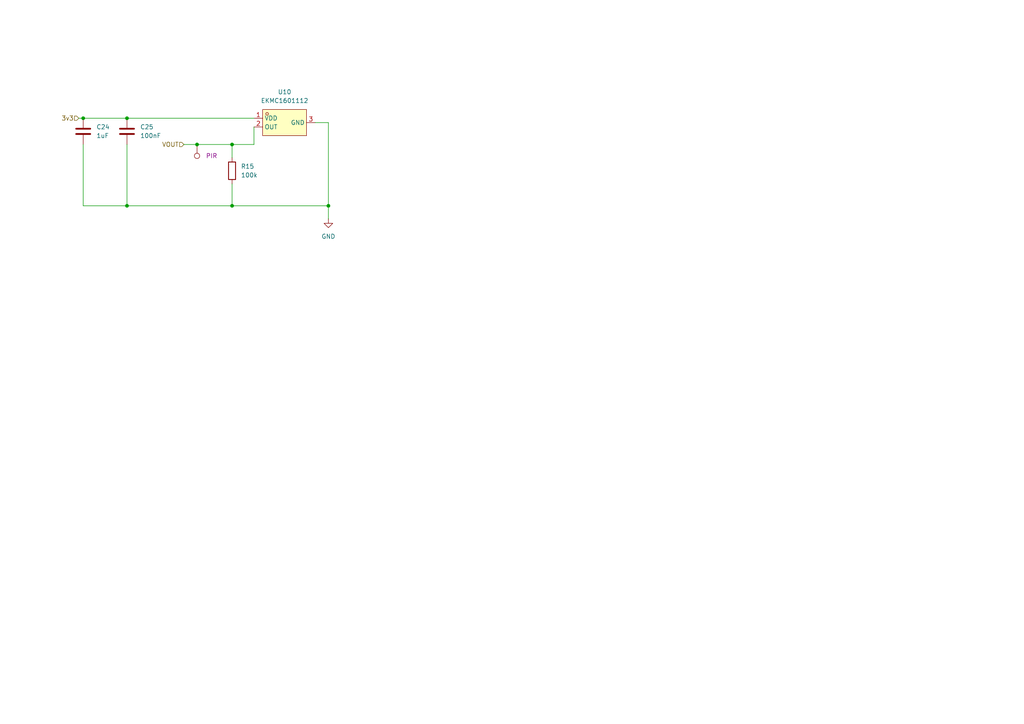
<source format=kicad_sch>
(kicad_sch (version 20250114) (generator "eeschema") (generator_version "9.0")
  (paper "A4")
  (lib_symbols
    (symbol "Device:C" (pin_numbers (hide yes)) (pin_names (offset 0.254))
      (property "Reference" "C" (at 0.635 2.54 0))
      (property "Value" "C" (at 0.635 -2.54 0))
      (symbol "C_0_1"
        (polyline (pts (xy -2.032 0.762) (xy 2.032 0.762)) (stroke (width 0.508)))
        (polyline (pts (xy -2.032 -0.762) (xy 2.032 -0.762)) (stroke (width 0.508)))
      )
      (symbol "C_1_1"
        (pin passive line (at 0 3.81 270) (length 2.794) (name "~") (number "1"))
        (pin passive line (at 0 -3.81 90) (length 2.794) (name "~") (number "2"))
      )
    )
    (symbol "Device:R" (pin_numbers (hide yes)) (pin_names (offset 0))
      (property "Reference" "R" (at 2.032 0 90))
      (property "Value" "R" (at 0 0 90))
      (symbol "R_0_1"
        (rectangle (start -1.016 -2.54) (end 1.016 2.54) (stroke (width 0.254)))
      )
      (symbol "R_1_1"
        (pin passive line (at 0 3.81 270) (length 1.27) (name "~") (number "1"))
        (pin passive line (at 0 -3.81 90) (length 1.27) (name "~") (number "2"))
      )
    )
    (symbol "easyeda2kicad:EKMC1601112"
      (property "Reference" "U" (at 0 6.35 0))
      (property "Value" "EKMC1601112" (at 0 -6.35 0))
      (symbol "EKMC1601112_0_1"
        (rectangle (start -6.35 3.81) (end 6.35 -3.81) (fill (type background)))
        (circle (center -5.08 2.54) (radius 0.38))
        (pin unspecified line (at -8.89 1.27 0) (length 2.54) (name "VDD") (number "1"))
        (pin unspecified line (at -8.89 -1.27 0) (length 2.54) (name "OUT") (number "2"))
        (pin unspecified line (at 8.89 0 180) (length 2.54) (name "GND") (number "3"))
      )
    )
    (symbol "easyeda2kicad:LabeledTestPoint" (pin_numbers (hide yes)) (pin_names (offset 0.762) (hide yes)) (in_bom no)
      (property "Label" "label" (at 0 5.08 0))
      (symbol "LabeledTestPoint_0_1"
        (circle (center 0 3.302) (radius 0.762))
      )
      (symbol "LabeledTestPoint_1_1"
        (pin passive line (at 0 0 90) (length 2.54) (name "1") (number "1"))
      )
    )
    (symbol "power:GND" (power) (pin_numbers (hide yes)) (pin_names (offset 0) (hide yes))
      (property "Value" "GND" (at 0 -3.81 0))
      (symbol "GND_0_1"
        (polyline (pts (xy 0 0) (xy 0 -1.27) (xy 1.27 -1.27) (xy 0 -2.54) (xy -1.27 -1.27) (xy 0 -1.27)))
      )
      (symbol "GND_1_1"
        (pin power_in line (at 0 0 270) (length 0) (name "~") (number "1"))
      )
    )
  )
  (junction (at 67.31 59.69))
  (junction (at 67.31 41.91))
  (junction (at 36.83 34.29))
  (junction (at 95.25 59.69))
  (junction (at 24.13 34.29))
  (junction (at 36.83 59.69))
  (junction (at 57.15 41.91))
  (wire (pts (xy 24.13 34.29) (xy 36.83 34.29)))
  (wire (pts (xy 36.83 34.29) (xy 73.66 34.29)))
  (wire (pts (xy 53.34 41.91) (xy 57.15 41.91)))
  (wire (pts (xy 36.83 41.91) (xy 36.83 59.69)))
  (wire (pts (xy 95.25 59.69) (xy 95.25 35.56)))
  (wire (pts (xy 67.31 59.69) (xy 95.25 59.69)))
  (wire (pts (xy 67.31 45.72) (xy 67.31 41.91)))
  (wire (pts (xy 95.25 63.5) (xy 95.25 59.69)))
  (wire (pts (xy 73.66 36.83) (xy 73.66 41.91)))
  (wire (pts (xy 57.15 41.91) (xy 67.31 41.91)))
  (wire (pts (xy 22.86 34.29) (xy 24.13 34.29)))
  (wire (pts (xy 67.31 53.34) (xy 67.31 59.69)))
  (wire (pts (xy 67.31 41.91) (xy 73.66 41.91)))
  (wire (pts (xy 24.13 41.91) (xy 24.13 59.69)))
  (wire (pts (xy 24.13 59.69) (xy 36.83 59.69)))
  (wire (pts (xy 36.83 59.69) (xy 67.31 59.69)))
  (wire (pts (xy 95.25 35.56) (xy 91.44 35.56)))
  (hierarchical_label "VOUT" (shape input) (at 53.34 41.91 180))
  (hierarchical_label "3v3" (shape input) (at 22.86 34.29 180))
  (symbol (lib_id "Device:C") (at 24.13 38.1 0) (unit 1)
    (property "Reference" "C24" (at 27.94 36.8299 0) (effects (justify left)))
    (property "Value" "1uF" (at 27.94 39.3699 0) (effects (justify left)))
    (property "Footprint" "Capacitor_SMD:C_0603_1608Metric" (effects (hide yes)))
    (property "Description" "Unpolarized capacitor" (effects (hide yes)))
  )
  (symbol (lib_id "easyeda2kicad:EKMC1601112") (at 82.55 35.56 0) (unit 1)
    (property "Reference" "U10" (at 82.55 26.67 0))
    (property "Value" "EKMC1601112" (at 82.55 29.21 0))
    (property "Footprint" "easyeda2kicad:SENSOR-TH_EKMC1601111" (effects (hide yes)))
    (property "LCSC Part" "C5128270" (effects (hide yes)))
  )
  (symbol (lib_id "power:GND") (at 95.25 63.5 0) (unit 1)
    (property "Reference" "#PWR054" (effects (hide yes)))
    (property "Value" "GND" (at 95.25 68.58 0))
    (property "Description" "Power symbol creates a global label with name \"GND\" , ground" (effects (hide yes)))
  )
  (symbol (lib_id "easyeda2kicad:LabeledTestPoint") (at 57.15 41.91 180) (unit 1) (in_bom no)
    (property "Reference" "TP4" (effects (hide yes)))
    (property "Value" "LabeledTestPoint" (effects (hide yes)))
    (property "Footprint" "easyeda2kicad:LabeledTestPoint" (effects (hide yes)))
    (property "Description" "test point" (effects (hide yes)))
    (property "Label" "PIR" (at 59.69 45.2119 0) (effects (justify right)))
  )
  (symbol (lib_id "Device:R") (at 67.31 49.53 0) (unit 1)
    (property "Reference" "R15" (at 69.85 48.2599 0) (effects (justify left)))
    (property "Value" "100k" (at 69.85 50.7999 0) (effects (justify left)))
    (property "Footprint" "Resistor_SMD:R_0603_1608Metric" (effects (hide yes)))
    (property "Description" "Resistor" (effects (hide yes)))
  )
  (symbol (lib_id "Device:C") (at 36.83 38.1 0) (unit 1)
    (property "Reference" "C25" (at 40.64 36.8299 0) (effects (justify left)))
    (property "Value" "100nF" (at 40.64 39.3699 0) (effects (justify left)))
    (property "Footprint" "Capacitor_SMD:C_0603_1608Metric" (effects (hide yes)))
    (property "Description" "Unpolarized capacitor" (effects (hide yes)))
  )
)
</source>
